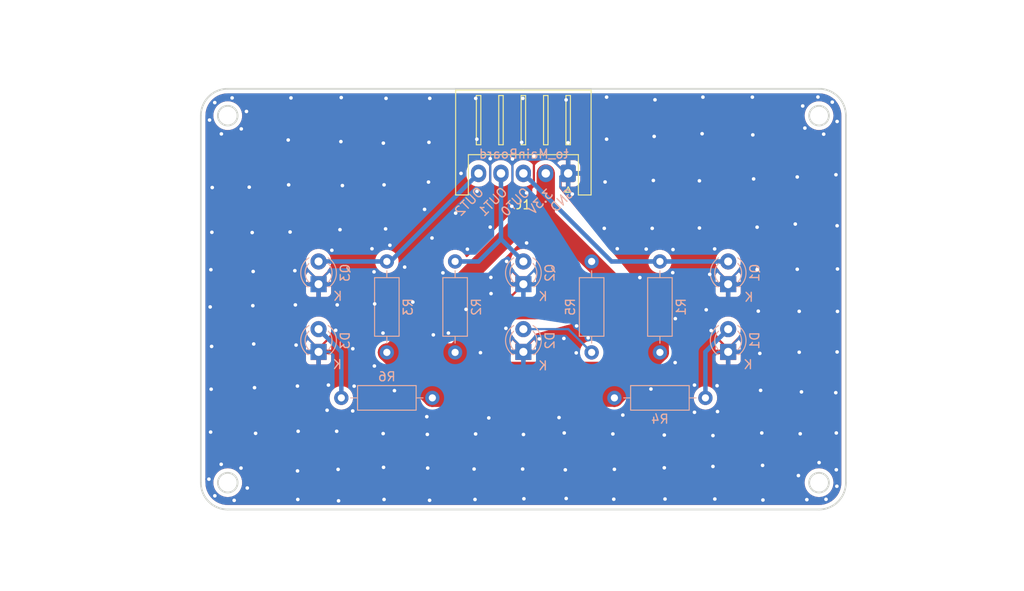
<source format=kicad_pcb>
(kicad_pcb (version 20211014) (generator pcbnew)
  (layers (0 "F.Cu" signal) (31 "B.Cu" signal) (34 "B.Paste" user) (35 "F.Paste" user) (36 "B.SilkS" user "B.Silkscreen") (37 "F.SilkS" user "F.Silkscreen") (38 "B.Mask" user) (39 "F.Mask" user) (44 "Edge.Cuts" user))
  (net 0 "")
  (net 1 "GND")
  (net 2 "Net-(D1-Pad2)")
  (net 3 "Net-(D2-Pad2)")
  (net 4 "sensor_output_0")
  (net 5 "sensor_output_1")
  (net 6 "+3.3V")
  (net 7 "Net-(D3-Pad2)")
  (net 8 "sensor_output_2")
  (footprint "Connector_JST:JST_XH_S5B-XH-A_1x05_P2.50mm_Horizontal" (layer "F.Cu") (at 177.96 82.62 180)
    (fp_text reference "J1" (at 5 -3.5) (layer "F.SilkS"))
    (fp_text value "Conn_01x05_Female")
    (fp_line (start -1.14 2.09) (end 5 2.09) (layer "F.SilkS") (width 0.12))
    (fp_line (start 9.75 3.2) (end 9.75 8.7) (layer "F.SilkS") (width 0.12))
    (fp_line (start 2.25 8.7) (end 2.75 8.7) (layer "F.SilkS") (width 0.12))
    (fp_line (start -2.56 9.31) (end -2.56 -2.41) (layer "F.SilkS") (width 0.12))
    (fp_line (start 10.25 3.2) (end 9.75 3.2) (layer "F.SilkS") (width 0.12))
    (fp_line (start -0.25 8.7) (end 0.25 8.7) (layer "F.SilkS") (width 0.12))
    (fp_line (start 2.75 8.7) (end 2.75 3.2) (layer "F.SilkS") (width 0.12))
    (fp_line (start 4.75 3.2) (end 4.75 8.7) (layer "F.SilkS") (width 0.12))
    (fp_line (start 7.25 3.2) (end 7.25 8.7) (layer "F.SilkS") (width 0.12))
    (fp_line (start 2.25 3.2) (end 2.25 8.7) (layer "F.SilkS") (width 0.12))
    (fp_line (start 4.75 8.7) (end 5.25 8.7) (layer "F.SilkS") (width 0.12))
    (fp_line (start 12.56 9.31) (end 12.56 -2.41) (layer "F.SilkS") (width 0.12))
    (fp_line (start 11.14 -2.41) (end 11.14 2.09) (layer "F.SilkS") (width 0.12))
    (fp_line (start 7.25 8.7) (end 7.75 8.7) (layer "F.SilkS") (width 0.12))
    (fp_line (start 2.75 3.2) (end 2.25 3.2) (layer "F.SilkS") (width 0.12))
    (fp_line (start 5 9.31) (end 12.56 9.31) (layer "F.SilkS") (width 0.12))
    (fp_line (start 9.75 8.7) (end 10.25 8.7) (layer "F.SilkS") (width 0.12))
    (fp_line (start 0 -1.5) (end -0.3 -2.1) (layer "F.SilkS") (width 0.12))
    (fp_line (start 7.75 8.7) (end 7.75 3.2) (layer "F.SilkS") (width 0.12))
    (fp_line (start 5.25 8.7) (end 5.25 3.2) (layer "F.SilkS") (width 0.12))
    (fp_line (start 12.56 -2.41) (end 11.14 -2.41) (layer "F.SilkS") (width 0.12))
    (fp_line (start -0.3 -2.1) (end 0.3 -2.1) (layer "F.SilkS") (width 0.12))
    (fp_line (start 10.25 8.7) (end 10.25 3.2) (layer "F.SilkS") (width 0.12))
    (fp_line (start 11.14 2.09) (end 5 2.09) (layer "F.SilkS") (width 0.12))
    (fp_line (start 0.3 -2.1) (end 0 -1.5) (layer "F.SilkS") (width 0.12))
    (fp_line (start 0.25 8.7) (end 0.25 3.2) (layer "F.SilkS") (width 0.12))
    (fp_line (start -0.25 3.2) (end -0.25 8.7) (layer "F.SilkS") (width 0.12))
    (fp_line (start 0.25 3.2) (end -0.25 3.2) (layer "F.SilkS") (width 0.12))
    (fp_line (start 7.75 3.2) (end 7.25 3.2) (layer "F.SilkS") (width 0.12))
    (fp_line (start 5 9.31) (end -2.56 9.31) (layer "F.SilkS") (width 0.12))
    (fp_line (start -1.14 -2.41) (end -1.14 2.09) (layer "F.SilkS") (width 0.12))
    (fp_line (start -2.56 -2.41) (end -1.14 -2.41) (layer "F.SilkS") (width 0.12))
    (fp_line (start 5.25 3.2) (end 4.75 3.2) (layer "F.SilkS") (width 0.12))
    (pad "1" thru_hole roundrect (at 0 0 180) (size 1.7 1.95) (drill 0.95) (layers *.Cu *.Mask) (roundrect_rratio 0.1470588235) (net 1 "GND"))
    (pad "2" thru_hole oval (at 2.5 0 180) (size 1.7 1.95) (drill 0.95) (layers *.Cu *.Mask) (net 6 "+3.3V"))
    (pad "3" thru_hole oval (at 5 0 180) (size 1.7 1.95) (drill 0.95) (layers *.Cu *.Mask) (net 4 "sensor_output_0"))
    (pad "4" thru_hole oval (at 7.5 0 180) (size 1.7 1.95) (drill 0.95) (layers *.Cu *.Mask) (net 5 "sensor_output_1"))
    (pad "5" thru_hole oval (at 10 0 180) (size 1.7 1.95) (drill 0.95) (layers *.Cu *.Mask) (net 8 "sensor_output_2"))
  )
  (footprint "LED_THT:LED_D3.0mm" (layer "B.Cu") (at 150.1 102.56 90)
    (fp_text reference "D3" (at 1.27 2.96 90) (layer "B.SilkS") (effects (justify mirror)))
    (fp_text value "LED")
    (fp_line (start -0.29 -1.08) (end -0.29 -1.236) (layer "B.SilkS") (width 0.12))
    (fp_line (start -0.29 1.236) (end -0.29 1.08) (layer "B.SilkS") (width 0.12))
    (fp_arc (start -0.29 -1.235516) (mid 1.366487 -1.987659) (end 2.942335 -1.078608) (layer "B.SilkS") (width 0.12))
    (fp_arc (start 2.942335 1.078608) (mid 1.366487 1.987659) (end -0.29 1.235516) (layer "B.SilkS") (width 0.12))
    (fp_arc (start 2.31113 1.079837) (mid 1.270117 1.5) (end 0.229039 1.08) (layer "B.SilkS") (width 0.12))
    (fp_arc (start 0.229039 -1.08) (mid 1.270117 -1.5) (end 2.31113 -1.079837) (layer "B.SilkS") (width 0.12))
    (pad "1" thru_hole rect (at 0 0 90) (size 1.8 1.8) (drill 0.9) (layers *.Cu *.Mask) (net 1 "GND"))
    (pad "2" thru_hole circle (at 2.54 0 90) (size 1.8 1.8) (drill 0.9) (layers *.Cu *.Mask) (net 7 "Net-(D3-Pad2)"))
  )
  (footprint "Resistor_THT:R_Axial_DIN0207_L6.3mm_D2.5mm_P10.16mm_Horizontal" (layer "B.Cu") (at 157.72 102.62 90)
    (fp_text reference "R3" (at 5.08 2.37 90) (layer "B.SilkS") (effects (justify mirror)))
    (fp_text value "10k")
    (fp_line (start 8.35 1.37) (end 1.81 1.37) (layer "B.SilkS") (width 0.12))
    (fp_line (start 1.04 0) (end 1.81 0) (layer "B.SilkS") (width 0.12))
    (fp_line (start 8.35 -1.37) (end 8.35 1.37) (layer "B.SilkS") (width 0.12))
    (fp_line (start 1.81 1.37) (end 1.81 -1.37) (layer "B.SilkS") (width 0.12))
    (fp_line (start 1.81 -1.37) (end 8.35 -1.37) (layer "B.SilkS") (width 0.12))
    (fp_line (start 9.12 0) (end 8.35 0) (layer "B.SilkS") (width 0.12))
    (pad "1" thru_hole circle (at 0 0 90) (size 1.6 1.6) (drill 0.8) (layers *.Cu *.Mask) (net 6 "+3.3V"))
    (pad "2" thru_hole oval (at 10.16 0 90) (size 1.6 1.6) (drill 0.8) (layers *.Cu *.Mask) (net 8 "sensor_output_2"))
  )
  (footprint "LED_THT:LED_D3.0mm" (layer "B.Cu") (at 195.82 102.56 90)
    (fp_text reference "D1" (at 1.27 2.96 90) (layer "B.SilkS") (effects (justify mirror)))
    (fp_text value "LED")
    (fp_line (start -0.29 -1.08) (end -0.29 -1.236) (layer "B.SilkS") (width 0.12))
    (fp_line (start -0.29 1.236) (end -0.29 1.08) (layer "B.SilkS") (width 0.12))
    (fp_arc (start -0.29 -1.235516) (mid 1.366487 -1.987659) (end 2.942335 -1.078608) (layer "B.SilkS") (width 0.12))
    (fp_arc (start 2.942335 1.078608) (mid 1.366487 1.987659) (end -0.29 1.235516) (layer "B.SilkS") (width 0.12))
    (fp_arc (start 0.229039 -1.08) (mid 1.270117 -1.5) (end 2.31113 -1.079837) (layer "B.SilkS") (width 0.12))
    (fp_arc (start 2.31113 1.079837) (mid 1.270117 1.5) (end 0.229039 1.08) (layer "B.SilkS") (width 0.12))
    (pad "1" thru_hole rect (at 0 0 90) (size 1.8 1.8) (drill 0.9) (layers *.Cu *.Mask) (net 1 "GND"))
    (pad "2" thru_hole circle (at 2.54 0 90) (size 1.8 1.8) (drill 0.9) (layers *.Cu *.Mask) (net 2 "Net-(D1-Pad2)"))
  )
  (footprint "LED_THT:LED_D3.0mm" (layer "B.Cu") (at 150.1 95 90)
    (fp_text reference "Q3" (at 1.27 2.96 90) (layer "B.SilkS") (effects (justify mirror)))
    (fp_text value "Q_Photo_NPN_EC")
    (fp_line (start -0.29 -1.08) (end -0.29 -1.236) (layer "B.SilkS") (width 0.12))
    (fp_line (start -0.29 1.236) (end -0.29 1.08) (layer "B.SilkS") (width 0.12))
    (fp_arc (start 2.31113 1.079837) (mid 1.270117 1.5) (end 0.229039 1.08) (layer "B.SilkS") (width 0.12))
    (fp_arc (start 0.229039 -1.08) (mid 1.270117 -1.5) (end 2.31113 -1.079837) (layer "B.SilkS") (width 0.12))
    (fp_arc (start -0.29 -1.235516) (mid 1.366487 -1.987659) (end 2.942335 -1.078608) (layer "B.SilkS") (width 0.12))
    (fp_arc (start 2.942335 1.078608) (mid 1.366487 1.987659) (end -0.29 1.235516) (layer "B.SilkS") (width 0.12))
    (pad "1" thru_hole rect (at 0 0 90) (size 1.8 1.8) (drill 0.9) (layers *.Cu *.Mask) (net 1 "GND"))
    (pad "2" thru_hole circle (at 2.54 0 90) (size 1.8 1.8) (drill 0.9) (layers *.Cu *.Mask) (net 8 "sensor_output_2"))
  )
  (footprint "Resistor_THT:R_Axial_DIN0207_L6.3mm_D2.5mm_P10.16mm_Horizontal" (layer "B.Cu") (at 162.8 107.7 180)
    (fp_text reference "R6" (at 5.08 2.37) (layer "B.SilkS") (effects (justify mirror)))
    (fp_text value "1k")
    (fp_line (start 1.81 1.37) (end 1.81 -1.37) (layer "B.SilkS") (width 0.12))
    (fp_line (start 1.81 -1.37) (end 8.35 -1.37) (layer "B.SilkS") (width 0.12))
    (fp_line (start 9.12 0) (end 8.35 0) (layer "B.SilkS") (width 0.12))
    (fp_line (start 1.04 0) (end 1.81 0) (layer "B.SilkS") (width 0.12))
    (fp_line (start 8.35 1.37) (end 1.81 1.37) (layer "B.SilkS") (width 0.12))
    (fp_line (start 8.35 -1.37) (end 8.35 1.37) (layer "B.SilkS") (width 0.12))
    (pad "1" thru_hole circle (at 0 0 180) (size 1.6 1.6) (drill 0.8) (layers *.Cu *.Mask) (net 6 "+3.3V"))
    (pad "2" thru_hole oval (at 10.16 0 180) (size 1.6 1.6) (drill 0.8) (layers *.Cu *.Mask) (net 7 "Net-(D3-Pad2)"))
  )
  (footprint "Resistor_THT:R_Axial_DIN0207_L6.3mm_D2.5mm_P10.16mm_Horizontal" (layer "B.Cu") (at 183.12 107.7)
    (fp_text reference "R4" (at 5.08 2.37) (layer "B.SilkS") (effects (justify mirror)))
    (fp_text value "1k")
    (fp_line (start 1.81 1.37) (end 1.81 -1.37) (layer "B.SilkS") (width 0.12))
    (fp_line (start 1.04 0) (end 1.81 0) (layer "B.SilkS") (width 0.12))
    (fp_line (start 8.35 -1.37) (end 8.35 1.37) (layer "B.SilkS") (width 0.12))
    (fp_line (start 9.12 0) (end 8.35 0) (layer "B.SilkS") (width 0.12))
    (fp_line (start 8.35 1.37) (end 1.81 1.37) (layer "B.SilkS") (width 0.12))
    (fp_line (start 1.81 -1.37) (end 8.35 -1.37) (layer "B.SilkS") (width 0.12))
    (pad "1" thru_hole circle (at 0 0) (size 1.6 1.6) (drill 0.8) (layers *.Cu *.Mask) (net 6 "+3.3V"))
    (pad "2" thru_hole oval (at 10.16 0) (size 1.6 1.6) (drill 0.8) (layers *.Cu *.Mask) (net 2 "Net-(D1-Pad2)"))
  )
  (footprint "LED_THT:LED_D3.0mm" (layer "B.Cu") (at 172.96 102.56 90)
    (fp_text reference "D2" (at 1.27 2.96 90) (layer "B.SilkS") (effects (justify mirror)))
    (fp_text value "LED")
    (fp_line (start -0.29 -1.08) (end -0.29 -1.236) (layer "B.SilkS") (width 0.12))
    (fp_line (start -0.29 1.236) (end -0.29 1.08) (layer "B.SilkS") (width 0.12))
    (fp_arc (start 0.229039 -1.08) (mid 1.270117 -1.5) (end 2.31113 -1.079837) (layer "B.SilkS") (width 0.12))
    (fp_arc (start 2.31113 1.079837) (mid 1.270117 1.5) (end 0.229039 1.08) (layer "B.SilkS") (width 0.12))
    (fp_arc (start 2.942335 1.078608) (mid 1.366487 1.987659) (end -0.29 1.235516) (layer "B.SilkS") (width 0.12))
    (fp_arc (start -0.29 -1.235516) (mid 1.366487 -1.987659) (end 2.942335 -1.078608) (layer "B.SilkS") (width 0.12))
    (pad "1" thru_hole rect (at 0 0 90) (size 1.8 1.8) (drill 0.9) (layers *.Cu *.Mask) (net 1 "GND"))
    (pad "2" thru_hole circle (at 2.54 0 90) (size 1.8 1.8) (drill 0.9) (layers *.Cu *.Mask) (net 3 "Net-(D2-Pad2)"))
  )
  (footprint "Resistor_THT:R_Axial_DIN0207_L6.3mm_D2.5mm_P10.16mm_Horizontal" (layer "B.Cu") (at 188.2 102.62 90)
    (fp_text reference "R1" (at 5.08 2.37 90) (layer "B.SilkS") (effects (justify mirror)))
    (fp_text value "10k")
    (fp_line (start 1.81 1.37) (end 1.81 -1.37) (layer "B.SilkS") (width 0.12))
    (fp_line (start 8.35 -1.37) (end 8.35 1.37) (layer "B.SilkS") (width 0.12))
    (fp_line (start 1.04 0) (end 1.81 0) (layer "B.SilkS") (width 0.12))
    (fp_line (start 9.12 0) (end 8.35 0) (layer "B.SilkS") (width 0.12))
    (fp_line (start 8.35 1.37) (end 1.81 1.37) (layer "B.SilkS") (width 0.12))
    (fp_line (start 1.81 -1.37) (end 8.35 -1.37) (layer "B.SilkS") (width 0.12))
    (pad "1" thru_hole circle (at 0 0 90) (size 1.6 1.6) (drill 0.8) (layers *.Cu *.Mask) (net 6 "+3.3V"))
    (pad "2" thru_hole oval (at 10.16 0 90) (size 1.6 1.6) (drill 0.8) (layers *.Cu *.Mask) (net 4 "sensor_output_0"))
  )
  (footprint "Resistor_THT:R_Axial_DIN0207_L6.3mm_D2.5mm_P10.16mm_Horizontal" (layer "B.Cu") (at 165.34 102.62 90)
    (fp_text reference "R2" (at 5.08 2.37 90) (layer "B.SilkS") (effects (justify mirror)))
    (fp_text value "10k")
    (fp_line (start 8.35 -1.37) (end 8.35 1.37) (layer "B.SilkS") (width 0.12))
    (fp_line (start 1.81 1.37) (end 1.81 -1.37) (layer "B.SilkS") (width 0.12))
    (fp_line (start 8.35 1.37) (end 1.81 1.37) (layer "B.SilkS") (width 0.12))
    (fp_line (start 9.12 0) (end 8.35 0) (layer "B.SilkS") (width 0.12))
    (fp_line (start 1.81 -1.37) (end 8.35 -1.37) (layer "B.SilkS") (width 0.12))
    (fp_line (start 1.04 0) (end 1.81 0) (layer "B.SilkS") (width 0.12))
    (pad "1" thru_hole circle (at 0 0 90) (size 1.6 1.6) (drill 0.8) (layers *.Cu *.Mask) (net 6 "+3.3V"))
    (pad "2" thru_hole oval (at 10.16 0 90) (size 1.6 1.6) (drill 0.8) (layers *.Cu *.Mask) (net 5 "sensor_output_1"))
  )
  (footprint "LED_THT:LED_D3.0mm" (layer "B.Cu") (at 195.82 95 90)
    (fp_text reference "Q1" (at 1.27 2.96 90) (layer "B.SilkS") (effects (justify mirror)))
    (fp_text value "Q_Photo_NPN_EC")
    (fp_line (start -0.29 1.236) (end -0.29 1.08) (layer "B.SilkS") (width 0.12))
    (fp_line (start -0.29 -1.08) (end -0.29 -1.236) (layer "B.SilkS") (width 0.12))
    (fp_arc (start 2.942335 1.078608) (mid 1.366487 1.987659) (end -0.29 1.235516) (layer "B.SilkS") (width 0.12))
    (fp_arc (start -0.29 -1.235516) (mid 1.366487 -1.987659) (end 2.942335 -1.078608) (layer "B.SilkS") (width 0.12))
    (fp_arc (start 2.31113 1.079837) (mid 1.270117 1.5) (end 0.229039 1.08) (layer "B.SilkS") (width 0.12))
    (fp_arc (start 0.229039 -1.08) (mid 1.270117 -1.5) (end 2.31113 -1.079837) (layer "B.SilkS") (width 0.12))
    (pad "1" thru_hole rect (at 0 0 90) (size 1.8 1.8) (drill 0.9) (layers *.Cu *.Mask) (net 1 "GND"))
    (pad "2" thru_hole circle (at 2.54 0 90) (size 1.8 1.8) (drill 0.9) (layers *.Cu *.Mask) (net 4 "sensor_output_0"))
  )
  (footprint "Resistor_THT:R_Axial_DIN0207_L6.3mm_D2.5mm_P10.16mm_Horizontal" (layer "B.Cu") (at 180.58 92.46 -90)
    (fp_text reference "R5" (at 5.08 2.37 90) (layer "B.SilkS") (effects (justify mirror)))
    (fp_text value "1k")
    (fp_line (start 8.35 1.37) (end 1.81 1.37) (layer "B.SilkS") (width 0.12))
    (fp_line (start 1.81 -1.37) (end 8.35 -1.37) (layer "B.SilkS") (width 0.12))
    (fp_line (start 9.12 0) (end 8.35 0) (layer "B.SilkS") (width 0.12))
    (fp_line (start 1.04 0) (end 1.81 0) (layer "B.SilkS") (width 0.12))
    (fp_line (start 1.81 1.37) (end 1.81 -1.37) (layer "B.SilkS") (width 0.12))
    (fp_line (start 8.35 -1.37) (end 8.35 1.37) (layer "B.SilkS") (width 0.12))
    (pad "1" thru_hole circle (at 0 0 270) (size 1.6 1.6) (drill 0.8) (layers *.Cu *.Mask) (net 6 "+3.3V"))
    (pad "2" thru_hole oval (at 10.16 0 270) (size 1.6 1.6) (drill 0.8) (layers *.Cu *.Mask) (net 3 "Net-(D2-Pad2)"))
  )
  (footprint "LED_THT:LED_D3.0mm" (layer "B.Cu") (at 172.96 95 90)
    (fp_text reference "Q2" (at 1.27 2.96 90) (layer "B.SilkS") (effects (justify mirror)))
    (fp_text value "Q_Photo_NPN_EC")
    (fp_line (start -0.29 1.236) (end -0.29 1.08) (layer "B.SilkS") (width 0.12))
    (fp_line (start -0.29 -1.08) (end -0.29 -1.236) (layer "B.SilkS") (width 0.12))
    (fp_arc (start 0.229039 -1.08) (mid 1.270117 -1.5) (end 2.31113 -1.079837) (layer "B.SilkS") (width 0.12))
    (fp_arc (start 2.942335 1.078608) (mid 1.366487 1.987659) (end -0.29 1.235516) (layer "B.SilkS") (width 0.12))
    (fp_arc (start 2.31113 1.079837) (mid 1.270117 1.5) (end 0.229039 1.08) (layer "B.SilkS") (width 0.12))
    (fp_arc (start -0.29 -1.235516) (mid 1.366487 -1.987659) (end 2.942335 -1.078608) (layer "B.SilkS") (width 0.12))
    (pad "1" thru_hole rect (at 0 0 90) (size 1.8 1.8) (drill 0.9) (layers *.Cu *.Mask) (net 1 "GND"))
    (pad "2" thru_hole circle (at 2.54 0 90) (size 1.8 1.8) (drill 0.9) (layers *.Cu *.Mask) (net 5 "sensor_output_1"))
  )
  (gr_line (start 208.96 76.17) (end 208.96 117.17) (layer "Edge.Cuts") (width 0.2))
  (gr_line (start 139.96 73.17) (end 205.96 73.17) (layer "Edge.Cuts") (width 0.2))
  (gr_arc (start 139.96 120.17) (mid 137.83868 119.29132) (end 136.96 117.17) (layer "Edge.Cuts") (width 0.2))
  (gr_circle (center 205.96 76.17) (end 204.86 76.17) (layer "Edge.Cuts") (width 0.2) (fill none))
  (gr_arc (start 205.96 73.17) (mid 208.08132 74.04868) (end 208.96 76.17) (layer "Edge.Cuts") (width 0.2))
  (gr_arc (start 208.96 117.17) (mid 208.08132 119.29132) (end 205.96 120.17) (layer "Edge.Cuts") (width 0.2))
  (gr_arc (start 136.96 76.17) (mid 137.83868 74.04868) (end 139.96 73.17) (layer "Edge.Cuts") (width 0.2))
  (gr_circle (center 139.96 76.17) (end 138.86 76.17) (layer "Edge.Cuts") (width 0.2) (fill none))
  (gr_circle (center 205.96 117.17) (end 204.86 117.17) (layer "Edge.Cuts") (width 0.2) (fill none))
  (gr_line (start 136.96 117.17) (end 136.96 76.17) (layer "Edge.Cuts") (width 0.2))
  (gr_circle (center 139.96 117.17) (end 138.86 117.17) (layer "Edge.Cuts") (width 0.2) (fill none))
  (gr_line (start 205.96 120.17) (end 139.96 120.17) (layer "Edge.Cuts") (width 0.2))
  (gr_text "OUT1" (at 169.55 85.79 45) (layer "B.SilkS") (effects (font (size 1 1)) (justify mirror)))
  (gr_text "K" (at 175.14 104.11) (layer "B.SilkS") (effects (font (size 1 1)) (justify mirror)))
  (gr_text "GND" (at 177.3 85.62 45) (layer "B.SilkS") (effects (font (size 1 1)) (justify mirror)))
  (gr_text "to_MainBoard" (at 173.01 80.45) (layer "B.SilkS") (effects (font (size 1 1)) (justify mirror)))
  (gr_text "K" (at 198.04 103.98) (layer "B.SilkS") (effects (font (size 1 1)) (justify mirror)))
  (gr_text "K" (at 152.19 103.97) (layer "B.SilkS") (effects (font (size 1 1)) (justify mirror)))
  (gr_text "OUT2" (at 166.91 85.78 45) (layer "B.SilkS") (effects (font (size 1 1)) (justify mirror)))
  (gr_text "3.3V" (at 174.86 85.8 45) (layer "B.SilkS") (effects (font (size 1 1)) (justify mirror)))
  (gr_text "K" (at 198.13 96.45) (layer "B.SilkS") (effects (font (size 1 1)) (justify mirror)))
  (gr_text "OUT0" (at 172.05 85.83 45) (layer "B.SilkS") (effects (font (size 1 1)) (justify mirror)))
  (gr_text "K" (at 175.15 96.37) (layer "B.SilkS") (effects (font (size 1 1)) (justify mirror)))
  (gr_text "K" (at 152.24 96.34) (layer "B.SilkS") (effects (font (size 1 1)) (justify mirror)))
  (segment (start 150.1 94.71) (end 151.41 93.4) (width 0.25) (layer "F.Cu") (net 1))
  (segment (start 195.82 102.25) (end 194.63 101.06) (width 0.25) (layer "F.Cu") (net 1))
  (segment (start 150.1 95) (end 150.1 94.71) (width 0.25) (layer "F.Cu") (net 1))
  (segment (start 177.96 82.62) (end 177.51 82.62) (width 0.25) (layer "F.Cu") (net 1))
  (segment (start 169.25 81.36) (end 169.25 83.99) (width 0.25) (layer "F.Cu") (net 1))
  (segment (start 177.12 84.21) (end 177.13 84.22) (width 0.25) (layer "F.Cu") (net 1))
  (segment (start 172.96 102.56) (end 172.96 102.29) (width 0.25) (layer "F.Cu") (net 1))
  (segment (start 172.96 94.78) (end 171.64 93.46) (width 0.25) (layer "F.Cu") (net 1))
  (segment (start 150.1 95) (end 150.1 94.64) (width 0.25) (layer "F.Cu") (net 1))
  (segment (start 150.1 94.64) (end 148.85 93.39) (width 0.25) (layer "F.Cu") (net 1))
  (segment (start 195.82 94.7) (end 194.55 93.43) (width 0.25) (layer "F.Cu") (net 1))
  (segment (start 150.1 102.24) (end 148.74 100.88) (width 0.25) (layer "F.Cu") (net 1))
  (segment (start 177.12 83.01) (end 177.12 84.21) (width 0.25) (layer "F.Cu") (net 1))
  (segment (start 172.96 102.56) (end 172.96 102.27) (width 0.25) (layer "F.Cu") (net 1))
  (segment (start 172.96 102.29) (end 171.73 101.06) (width 0.25) (layer "F.Cu") (net 1))
  (segment (start 195.82 102.18) (end 197.06 100.94) (width 0.25) (layer "F.Cu") (net 1))
  (segment (start 177.96 82.62) (end 177.7 82.62) (width 0.25) (layer "F.Cu") (net 1))
  (segment (start 171.73 96.23) (end 171.25 96.23) (width 0.25) (layer "F.Cu") (net 1))
  (segment (start 150.1 102.2) (end 151.51 100.79) (width 0.25) (layer "F.Cu") (net 1))
  (segment (start 177.7 82.62) (end 176.44 81.36) (width 0.25) (layer "F.Cu") (net 1))
  (segment (start 177.51 82.62) (end 177.12 83.01) (width 0.25) (layer "F.Cu") (net 1))
  (segment (start 195.82 102.56) (end 195.82 102.18) (width 0.25) (layer "F.Cu") (net 1))
  (segment (start 195.82 102.56) (end 195.82 102.25) (width 0.25) (layer "F.Cu") (net 1))
  (segment (start 195.82 95) (end 195.82 94.7) (width 0.25) (layer "F.Cu") (net 1))
  (segment (start 172.96 95) (end 171.73 96.23) (width 0.25) (layer "F.Cu") (net 1))
  (segment (start 195.82 94.68) (end 197.19 93.31) (width 0.25) (layer "F.Cu") (net 1))
  (segment (start 173.32 84.8) (end 174.135 83.985) (width 0.25) (layer "F.Cu") (net 1))
  (segment (start 172.96 95) (end 172.96 94.78) (width 0.25) (layer "F.Cu") (net 1))
  (segment (start 150.1 102.56) (end 150.1 102.2) (width 0.25) (layer "F.Cu") (net 1))
  (segment (start 150.1 102.56) (end 150.1 102.24) (width 0.25) (layer "F.Cu") (net 1))
  (segment (start 172.96 102.27) (end 174.19 101.04) (width 0.25) (layer "F.Cu") (net 1))
  (segment (start 171.74 81.3) (end 171.74 83.97) (width 0.25) (layer "F.Cu") (net 1))
  (segment (start 174.135 83.985) (end 174.135 81.265) (width 0.25) (layer "F.Cu") (net 1))
  (segment (start 195.82 95) (end 195.82 94.68) (width 0.25) (layer "F.Cu") (net 1))
  (via (at 178.42 84.93) (size 0.8) (drill 0.4) (layers "F.Cu" "B.Cu") (net 1))
  (via (at 206.48 78.24) (size 0.8) (drill 0.4) (layers "F.Cu" "B.Cu") (net 1))
  (via (at 205.84 74.09) (size 0.8) (drill 0.4) (layers "F.Cu" "B.Cu") (net 1))
  (via (at 189.9 103.76) (size 0.8) (drill 0.4) (layers "F.Cu" "B.Cu") (net 1))
  (via (at 194.12 111.91) (size 0.8) (drill 0.4) (layers "F.Cu" "B.Cu") (net 1))
  (via (at 152.28 115.69) (size 0.8) (drill 0.4) (layers "F.Cu" "B.Cu") (net 1))
  (via (at 203.86 111.71) (size 0.8) (drill 0.4) (layers "F.Cu" "B.Cu") (net 1))
  (via (at 194.63 109.23) (size 0.8) (drill 0.4) (layers "F.Cu" "B.Cu") (net 1))
  (via (at 187.2 106.71) (size 0.8) (drill 0.4) (layers "F.Cu" "B.Cu") (net 1))
  (via (at 172.9 74.24) (size 0.8) (drill 0.4) (layers "F.Cu" "B.Cu") (net 1))
  (via (at 178.9 99.66) (size 0.8) (drill 0.4) (layers "F.Cu" "B.Cu") (net 1))
  (via (at 167.63 111.73) (size 0.8) (drill 0.4) (layers "F.Cu" "B.Cu") (net 1))
  (via (at 199.44 106.86) (size 0.8) (drill 0.4) (layers "F.Cu" "B.Cu") (net 1))
  (via (at 139.23 115.12) (size 0.8) (drill 0.4) (layers "F.Cu" "B.Cu") (net 1))
  (via (at 177.73 74.41) (size 0.8) (drill 0.4) (layers "F.Cu" "B.Cu") (net 1))
  (via (at 152.59 79.07) (size 0.8) (drill 0.4) (layers "F.Cu" "B.Cu") (net 1))
  (via (at 142.05 75.7) (size 0.8) (drill 0.4) (layers "F.Cu" "B.Cu") (net 1))
  (via (at 157.31 111.69) (size 0.8) (drill 0.4) (layers "F.Cu" "B.Cu") (net 1))
  (via (at 194.31 91.06) (size 0.8) (drill 0.4) (layers "F.Cu" "B.Cu") (net 1))
  (via (at 158.06 90.65) (size 0.8) (drill 0.4) (layers "F.Cu" "B.Cu") (net 1))
  (via (at 199.35 102.73) (size 0.8) (drill 0.4) (layers "F.Cu" "B.Cu") (net 1))
  (via (at 207.44 74.66) (size 0.8) (drill 0.4) (layers "F.Cu" "B.Cu") (net 1))
  (via (at 181.99 88.76) (size 0.8) (drill 0.4) (layers "F.Cu" "B.Cu") (net 1))
  (via (at 207.98 76.82) (size 0.8) (drill 0.4) (layers "F.Cu" "B.Cu") (net 1))
  (via (at 207.89 115.73) (size 0.8) (drill 0.4) (layers "F.Cu" "B.Cu") (net 1))
  (via (at 177.95 79.2) (size 0.8) (drill 0.4) (layers "F.Cu" "B.Cu") (net 1))
  (via (at 160.62 97) (size 0.8) (drill 0.4) (layers "F.Cu" "B.Cu") (net 1))
  (via (at 189.66 91.13) (size 0.8) (drill 0.4) (layers "F.Cu" "B.Cu") (net 1))
  (via (at 178.86 102.67) (size 0.8) (drill 0.4) (layers "F.Cu" "B.Cu") (net 1))
  (via (at 157.33 79.24) (size 0.8) (drill 0.4) (layers "F.Cu" "B.Cu") (net 1))
  (via (at 169.26 80.98) (size 0.8) (drill 0.4) (layers "F.Cu" "B.Cu") (net 1))
  (via (at 137.93 76.66) (size 0.8) (drill 0.4) (layers "F.Cu" "B.Cu") (net 1))
  (via (at 138.08 93.38) (size 0.8) (drill 0.4) (layers "F.Cu" "B.Cu") (net 1))
  (via (at 162.91 100.66) (size 0.8) (drill 0.4) (layers "F.Cu" "B.Cu") (net 1))
  (via (at 203.53 93.33) (size 0.8) (drill 0.4) (layers "F.Cu" "B.Cu") (net 1))
  (via (at 207.95 117.57) (size 0.8) (drill 0.4) (layers "F.Cu" "B.Cu") (net 1))
  (via (at 171.67 86.3) (size 0.8) (drill 0.4) (layers "F.Cu" "B.Cu") (net 1))
  (via (at 157.41 119.05) (size 0.8) (drill 0.4) (layers "F.Cu" "B.Cu") (net 1))
  (via (at 161.93 86.64) (size 0.8) (drill 0.4) (layers "F.Cu" "B.Cu") (net 1))
  (via (at 167.56 119.05) (size 0.8) (drill 0.4) (layers "F.Cu" "B.Cu") (net 1))
  (via (at 199.66 115.24) (size 0.8) (drill 0.4) (layers "F.Cu" "B.Cu") (net 1))
  (via (at 203.31 88.28) (size 0.8) (drill 0.4) (layers "F.Cu" "B.Cu") (net 1))
  (via (at 147.78 119.05) (size 0.8) (drill 0.4) (layers "F.Cu" "B.Cu") (net 1))
  (via (at 162.18 109.8) (size 0.8) (drill 0.4) (layers "F.Cu" "B.Cu") (net 1))
  (via (at 159.71 93.09) (size 0.8) (drill 0.4) (layers "F.Cu" "B.Cu") (net 1))
  (via (at 166.56 97.81) (size 0.8) (drill 0.4) (layers "F.Cu" "B.Cu") (net 1))
  (via (at 138.05 111.52) (size 0.8) (drill 0.4) (layers "F.Cu" "B.Cu") (net 1))
  (via (at 193 74.1) (size 0.8) (drill 0.4) (layers "F.Cu" "B.Cu") (net 1))
  (via (at 206.74 119.03) (size 0.8) (drill 0.4) (layers "F.Cu" "B.Cu") (net 1))
  (via (at 152.01 100.15) (size 0.8) (drill 0.4) (layers "F.Cu" "B.Cu") (net 1))
  (via (at 162.24 111.78) (size 0.8) (drill 0.4) (layers "F.Cu" "B.Cu") (net 1))
  (via (at 194.33 119) (size 0.8) (drill 0.4) (layers "F.Cu" "B.Cu") (net 1))
  (via (at 173.32 90.39) (size 0.8) (drill 0.4) (layers "F.Cu" "B.Cu") (net 1))
  (via (at 182.08 83.58) (size 0.8) (drill 0.4) (layers "F.Cu" "B.Cu") (net 1))
  (via (at 146.92 89.17) (size 0.8) (drill 0.4) (layers "F.Cu" "B.Cu") (net 1))
  (via (at 188.69 115.51) (size 0.8) (drill 0.4) (layers "F.Cu" "B.Cu") (net 1))
  (via (at 184.06 109.62) (size 0.8) (drill 0.4) (layers "F.Cu" "B.Cu") (net 1))
  (via (at 147.51 97.31) (size 0.8) (drill 0.4) (layers "F.Cu" "B.Cu") (net 1))
  (via (at 151.58 91.21) (size 0.8) (drill 0.4) (layers "F.Cu" "B.Cu") (net 1))
  (via (at 162.76 89.84) (size 0.8) (drill 0.4) (layers "F.Cu" "B.Cu") (net 1))
  (via (at 189.92 98.85) (size 0.8) (drill 0.4) (layers "F.Cu" "B.Cu") (net 1))
  (via (at 192.61 83.45) (size 0.8) (drill 0.4) (layers "F.Cu" "B.Cu") (net 1))
  (via (at 193.76 93.9) (size 0.8) (drill 0.4) (layers "F.Cu" "B.Cu") (net 1))
  (via (at 153.92 102.21) (size 0.8) (drill 0.4) (layers "F.Cu" "B.Cu") (net 1))
  (via (at 142.95 106.56) (size 0.8) (drill 0.4) (layers "F.Cu" "B.Cu") (net 1))
  (via (at 204 107.03) (size 0.8) (drill 0.4) (layers "F.Cu" "B.Cu") (net 1))
  (via (at 205.97 114.93) (size 0.8) (drill 0.4) (layers "F.Cu" "B.Cu") (net 1))
  (via (at 188.77 119) (size 0.8) (drill 0.4) (layers "F.Cu" "B.Cu") (net 1))
  (via (at 172.97 111.79) (size 0.8) (drill 0.4) (layers "F.Cu" "B.Cu") (net 1))
  (via (at 171.09 92.45) (size 0.8) (drill 0.4) (layers "F.Cu" "B.Cu") (net 1))
  (via (at 172.77 79.15) (size 0.8) (drill 0.4) (layers "F.Cu" "B.Cu") (net 1))
  (via (at 138.51 74.71) (size 0.8) (drill 0.4) (layers "F.Cu" "B.Cu") (net 1))
  (via (at 208.02 98.04) (size 0.8) (drill 0.4) (layers "F.Cu" "B.Cu") (net 1))
  (via (at 167.78 84.62) (size 0.8) (drill 0.4) (layers "F.Cu" "B.Cu") (net 1))
  (via (at 207.98 88.47) (size 0.8) (drill 0.4) (layers "F.Cu" "B.Cu") (net 1))
  (via (at 138.52 118.64) (size 0.8) (drill 0.4) (layers "F.Cu" "B.Cu") (net 1))
  (via (at 154.07 106.39) (size 0.8) (drill 0.4) (layers "F.Cu" "B.Cu") (net 1))
  (via (at 162.51 74.24) (size 0.8) (drill 0.4) (layers "F.Cu" "B.Cu") (net 1))
  (via (at 174.74 101.11) (size 0.8) (drill 0.4) (layers "F.Cu" "B.Cu") (net 1))
  (via (at 147.45 93.49) (size 0.8) (drill 0.4) (layers "F.Cu" "B.Cu") (net 1))
  (via (at 187.34 88.76) (size 0.8) (drill 0.4) (layers "F.Cu" "B.Cu") (net 1))
  (via (at 207.85 82.77) (size 0.8) (drill 0.4) (layers "F.Cu" "B.Cu") (net 1))
  (via (at 174.14 80.69) (size 0.8) (drill 0.4) (layers "F.Cu" "B.Cu") (net 1))
  (via (at 203.66 116.38) (size 0.8) (drill 0.4) (layers "F.Cu" "B.Cu") (net 1))
  (via (at 199.05 93.37) (size 0.8) (drill 0.4) (layers "F.Cu" "B.Cu") (net 1))
  (via (at 169.35 96.05) (size 0.8) (drill 0.4) (layers "F.Cu" "B.Cu") (net 1))
  (via (at 192.06 106.27) (size 0.8) (drill 0.4) (layers "F.Cu" "B.Cu") (net 1))
  (via (at 166 82.62) (size 0.8) (drill 0.4) (layers "F.Cu" "B.Cu") (net 1))
  (via (at 204.14 75.09) (size 0.8) (drill 0.4) (layers "F.Cu" "B.Cu") (net 1))
  (via (at 142.86 101.68) (size 0.8) (drill 0.4) (layers "F.Cu" "B.Cu") (net 1))
  (via (at 166.71 91.09) (size 0.8) (drill 0.4) (layers "F.Cu" "B.Cu") (net 1))
  (via (at 171.74 81.01) (size 0.8) (drill 0.4) (layers "F.Cu" "B.Cu") (net 1))
  (via (at 167.64 74.24) (size 0.8) (drill 0.4) (layers "F.Cu" "B.Cu") (net 1))
  (via (at 153.91 109.16) (size 0.8) (drill 0.4) (layers "F.Cu" "B.Cu") (net 1))
  (via (at 177.52 111.62) (size 0.8) (drill 0.4) (layers "F.Cu" "B.Cu") (net 1))
  (via (at 183.05 119.02) (size 0.8) (drill 0.4) (layers "F.Cu" "B.Cu") (net 1))
  (via (at 137.86 116.78) (size 0.8) (drill 0.4) (layers "F.Cu" "B.Cu") (net 1))
  (via (at 199.7 119.11) (size 0.8) (drill 0.4) (layers "F.Cu" "B.Cu") (net 1))
  (via (at 198.52 74.1) (size 0.8) (drill 0.4) (layers "F.Cu" "B.Cu") (net 1))
  (via (at 141.44 115.54) (size 0.8) (drill 0.4) (layers "F.Cu" "B.Cu") (net 1))
  (via (at 207.89 111.62) (size 0.8) (drill 0.4) (layers "F.Cu" "B.Cu") (net 1))
  (via (at 207.98 102.57) (size 0.8) (drill 0.4) (layers "F.Cu" "B.Cu") (net 1))
  (via (at 193.92 100.18) (size 0.8) (drill 0.4) (layers "F.Cu" "B.Cu") (net 1))
  (via (at 158.57 106.89) (size 0.8) (drill 0.4) (layers "F.Cu" "B.Cu") (net 1))
  (via (at 192.06 109.31) (size 0.8) (drill 0.4) (layers "F.Cu" "B.Cu") (net 1))
  (via (at 147.02 74.19) (size 0.8) (drill 0.4) (layers "F.Cu" "B.Cu") (net 1))
  (via (at 156.29 93.62) (size 0.8) (drill 0.4) (layers "F.Cu" "B.Cu") (net 1))
  (via (at 141.47 77.65) (size 0.8) (drill 0.4) (layers "F.Cu" "B.Cu") (net 1))
  (via (at 207.83 107.12) (size 0.8) (drill 0.4) (layers "F.Cu" "B.Cu") (net 1))
  (via (at 177.48 101.06) (size 0.8) (drill 0.4) (layers "F.Cu" "B.Cu") (net 1))
  (via (at 138.11 106.73) (size 0.8) (drill 0.4) (layers "F.Cu" "B.Cu") (net 1))
  (via (at 152.33 119.2) (size 0.8) (drill 0.4) (layers "F.Cu" "B.Cu") (net 1))
  (via (at 147.75 115.86) (size 0.8) (drill 0.4) (layers "F.Cu" "B.Cu") (net 1))
  (via (at 194.58 106.34) (size 0.8) (drill 0.4) (layers "F.Cu" "B.Cu") (net 1))
  (via (at 146.71 78.89) (size 0.8) (drill 0.4) (layers "F.Cu" "B.Cu") (net 1))
  (via (at 162.49 119.14) (size 0.8) (drill 0.4) (layers "F.Cu" "B.Cu") (net 1))
  (via (at 203.75 102.6) (size 0.8) (drill 0.4) (layers "F.Cu" "B.Cu") (net 1))
  (via (at 162.28 115.54) (size 0.8) (drill 0.4) (layers "F.Cu" "B.Cu") (net 1))
  (via (at 187.47 83.41) (size 0.8) (drill 0.4) (layers "F.Cu" "B.Cu") (net 1))
  (via (at 186.67 91.08) (size 0.8) (drill 0.4) (layers "F.Cu" "B.Cu") (net 1))
  (via (at 164.59 100.46) (size 0.8) (drill 0.4) (layers "F.Cu" "B.Cu") (net 1))
  (via (at 138.16 101.95) (size 0.8) (drill 0.4) (layers "F.Cu" "B.Cu") (net 1))
  (via (at 188.69 111.85) (size 0.8) (drill 0.4) (layers "F.Cu" "B.Cu") (net 1))
  (via (at 185.96 94.26) (size 0.8) (drill 0.4) (layers "F.Cu" "B.Cu") (net 1))
  (via (at 208.02 93.3) (size 0.8) (drill 0.4) (layers "F.Cu" "B.Cu") (net 1))
  (via (at 187.56 78.49) (size 0.8) (drill 0.4) (layers "F.Cu" "B.Cu") (net 1))
  (via (at 157.29 100.46) (size 0.8) (drill 0.4) (layers "F.Cu" "B.Cu") (net 1))
  (via (at 172.88 115.65) (size 0.8) (drill 0.4) (layers "F.Cu" "B.Cu") (net 1))
  (via (at 157.41 83.9) (size 0.8) (drill 0.4) (layers "F.Cu" "B.Cu") (net 1))
  (via (at 182.25 74.1) (size 0.8) (drill 0.4) (layers "F.Cu" "B.Cu") (net 1))
  (via (at 152.18 97.31) (size 0.8) (drill 0.4) (layers "F.Cu" "B.Cu") (net 1))
  (via (at 139.25 78.21) (size 0.8) (drill 0.4) (layers "F.Cu" "B.Cu") (net 1))
  (via (at 193.37 97.86) (size 0.8) (drill 0.4) (layers "F.Cu" "B.Cu") (net 1))
  (via (at 173.02 118.97) (size 0.8) (drill 0.4) (layers "F.Cu" "B.Cu") (net 1))
  (via (at 157.63 74.24) (size 0.8) (drill 0.4) (layers "F.Cu" "B.Cu") (net 1))
  (via (at 138 97.54) (size 0.8) (drill 0.4) (layers "F.Cu" "B.Cu") (net 1))
  (via (at 198.66 83.24) (size 0.8) (drill 0.4) (layers "F.Cu" "B.Cu") (net 1))
  (via (at 198.57 78.32) (size 0.8) (drill 0.4) (layers "F.Cu" "B.Cu") (net 1))
  (via (at 177.64 115.74) (size 0.8) (drill 0.4) (layers "F.Cu" "B.Cu") (net 1))
  (via (at 152.49 88.91) (size 0.8) (drill 0.4) (layers "F.Cu" "B.Cu") (net 1))
  (via (at 176.94 109.9) (size 0.8) (drill 0.4) (layers "F.Cu" "B.Cu") (net 1))
  (via (at 204.6 119.07) (size 0.8) (drill 0.4) (layers "F.Cu" "B.Cu") (net 1))
  (via (at 203.75 98.03) (size 0.8) (drill 0.4) (layers "F.Cu" "B.Cu") (net 1))
  (via (at 142.69 89.23) (size 0.8) (drill 0.4) (layers "F.Cu" "B.Cu") (net 1))
  (via (at 140.68 119.15) (size 0.8) (drill 0.4) (layers "F.Cu" "B.Cu") (net 1))
  (via (at 156.36 97.2) (size 0.8) (drill 0.4) (layers "F.Cu" "B.Cu") (net 1))
  (via (at 167.77 78.8) (size 0.8) (drill 0.4) (layers "F.Cu" "B.Cu") (net 1))
  (via (at 143.07 111.66) (size 0.8) (drill 0.4) (layers "F.Cu" "B.Cu") (net 1))
  (via (at 199.05 88.63) (size 0.8) (drill 0.4) (layers "F.Cu" "B.Cu") (net 1))
  (via (at 157.58 88.82) (size 0.8) (drill 0.4) (layers "F.Cu" "B.Cu") (net 1))
  (via (at 168.17 102.65) (size 0.8) (drill 0.4) (layers "F.Cu" "B.Cu") (net 1))
  (via (at 162.42 79.15) (size 0.8) (drill 0.4) (layers "F.Cu" "B.Cu") (net 1))
  (via (at 162.37 83.59) (size 0.8) (drill 0.4) (layers "F.Cu" "B.Cu") (net 1))
  (via (at 187.65 74.4) (size 0.8) (drill 0.4) (layers "F.Cu" "B.Cu") (net 1))
  (via (at 167.46 115.65) (size 0.8) (drill 0.4) (layers "F.Cu" "B.Cu") (net 1))
  (via (at 142.76 97.4) (size 0.8) (drill 0.4) (layers "F.Cu" "B.Cu") (net 1))
  (via (at 138.23 84.2) (size 0.8) (drill 0.4) (layers "F.Cu" "B.Cu") (net 1))
  (via (at 177.74 118.94) (size 0.8) (drill 0.4) (layers "F.Cu" "B.Cu") (net 1))
  (via (at 169.1 109.94) (size 0.8) (drill 0.4) (layers "F.Cu" "B.Cu") (net 1))
  (via (at 156.06 91.04) (size 0.8) (drill 0.4) (layers "F.Cu" "B.Cu") (net 1))
  (via (at 152.63 74.15) (size 0.8) (drill 0.4) (layers "F.Cu" "B.Cu") (net 1))
  (via (at 192.91 78.19) (size 0.8) (drill 0.4) (layers "F.Cu" "B.Cu") (net 1))
  (via (at 182.25 78.8) (size 0.8) (drill 0.4) (layers "F.Cu" "B.Cu") (net 1))
  (via (at 173.32 84.8) (size 0.8) (drill 0.4) (layers "F.Cu" "B.Cu") (net 1))
  (via (at 183.44 91.04) (size 0.8) (drill 0.4) (layers "F.Cu" "B.Cu") (net 1))
  (via (at 152.12 111.43) (size 0.8) (drill 0.4) (layers "F.Cu" "B.Cu") (net 1))
  (via (at 199.57 111.62) (size 0.8) (drill 0.4) (layers "F.Cu" "B.Cu") (net 1))
  (via (at 147.82 111.43) (size 0.8) (drill 0.4) (layers "F.Cu" "B.Cu") (net 1))
  (via (at 142.8 93.58) (size 0.8) (drill 0.4) (layers "F.Cu" "B.Cu") (net 1))
  (via (at 142.36 84.16) (size 0.8) (drill 0.4) (layers "F.Cu" "B.Cu") (net 1))
  (via (at 182.95 111.73) (size 0.8) (drill 0.4) (layers "F.Cu" "B.Cu") (net 1))
  (via (at 192.61 88.72) (size 0.8) (drill 0.4) (layers "F.Cu" "B.Cu") (net 1))
  (via (at 169.26 88.62) (size 0.8) (drill 0.4) (layers "F.Cu" "B.Cu") (net 1))
  (via (at 151.2 106.27) (size 0.8) (drill 0.4) (layers "F.Cu" "B.Cu") (net 1))
  (via (at 156.33 104.14) (size 0.8) (drill 0.4) (layers "F.Cu" "B.Cu") (net 1))
  (via (at 163.98 93.73) (size 0.8) (drill 0.4) (layers "F.Cu" "B.Cu") (net 1))
  (via (at 183.12 115.68) (size 0.8) (drill 0.4) (layers "F.Cu" "B.Cu") (net 1))
  (via (at 199.18 98.01) (size 0.8) (drill 0.4) (layers "F.Cu" "B.Cu") (net 1))
  (via (at 147.59 101.8) (size 0.8) (drill 0.4) (layers "F.Cu" "B.Cu") (net 1))
  (via (at 204.38 77.56) (size 0.8) (drill 0.4) (layers "F.Cu" "B.Cu") (net 1))
  (via (at 147.74 106.38) (size 0.8) (drill 0.4) (layers "F.Cu" "B.Cu") (net 1))
  (via (at 140.45 74.19) (size 0.8) (drill 0.4) (layers "F.Cu" "B.Cu") (net 1))
  (via (at 151.05 109.08) (size 0.8) (drill 0.4) (layers "F.Cu" "B.Cu") (net 1))
  (via (at 142.14 117.77) (size 0.8) (drill 0.4) (layers "F.Cu" "B.Cu") (net 1))
  (via (at 146.76 83.9) (size 0.8) (drill 0.4) (layers "F.Cu" "B.Cu") (net 1))
  (via (at 152.76 83.98) (size 0.8) (drill 0.4) (layers "F.Cu" "B.Cu") (net 1))
  (via (at 138.19 89.2) (size 0.8) (drill 0.4) (layers "F.Cu" "B.Cu") (net 1))
  (via (at 180.19 100.99) (size 0.8) (drill 0.4) (layers "F.Cu" "B.Cu") (net 1))
  (via (at 169.33 94.24) (size 0.8) (drill 0.4) (layers "F.Cu" "B.Cu") (net 1))
  (via (at 194.12 115.36) (size 0.8) (drill 0.4) (layers "F.Cu" "B.Cu") (net 1))
  (via (at 157.35 115.46) (size 0.8) (drill 0.4) (layers "F.Cu" "B.Cu") (net 1))
  (via (at 189.63 93.71) (size 0.8) (drill 0.4) (layers "F.Cu" "B.Cu") (net 1))
  (via (at 165.4 87.06) (size 0.8) (drill 0.4) (layers "F.Cu" "B.Cu") (net 1))
  (via (at 171.01 99.93) (size 0.8) (drill 0.4) (layers "F.Cu" "B.Cu") (net 1))
  (via (at 203.53 83.02) (size 0.8) (drill 0.4) (layers "F.Cu" "B.Cu") (net 1))
  (segment (start 150.1 102.26) (end 148.79 100.95) (width 0.25) (layer "B.Cu") (net 1))
  (segment (start 169.26 84.36) (end 169.26 80.98) (width 0.25) (layer "B.Cu") (net 1))
  (segment (start 177.96 82.62) (end 177.43 82.62) (width 0.25) (layer "B.Cu") (net 1))
  (segment (start 172.96 102.56) (end 172.96 102.25) (width 0.25) (layer "B.Cu") (net 1))
  (segment (start 150.1 95) (end 150.1 94.63) (width 0.25) (layer "B.Cu") (net 1))
  (segment (start 195.82 102.56) (end 194.69 102.56) (width 0.25) (layer "B.Cu") (net 1))
  (segment (start 171.74 80.88) (end 171.74 81.01) (width 0.25) (layer "B.Cu") (net 1))
  (segment (start 172.96 95) (end 172.96 94.71) (width 0.25) (layer "B.Cu") (net 1))
  (segment (start 177.43 82.62) (end 177.08 82.97) (width 0.25) (layer "B.Cu") (net 1))
  (segment (start 195.82 102.56) (end 195.82 102.23) (width 0.25) (layer "B.Cu") (net 1))
  (segment (start 172.96 94.64) (end 174.46 93.14) (width 0.25) (layer "B.Cu") (net 1))
  (segment (start 177.08 82.97) (end 177.08 84.09) (width 0.25) (layer "B.Cu") (net 1))
  (segment (start 172.96 95) (end 172.96 94.64) (width 0.25) (layer "B.Cu") (net 1))
  (segment (start 172.96 102.56) (end 172.96 102.19) (width 0.25) (layer "B.Cu") (net 1))
  (segment (start 195.82 95) (end 195.82 94.67) (width 0.25) (layer "B.Cu") (net 1))
  (segment (start 150.1 102.56) (end 150.1 102.26) (width 0.25) (layer "B.Cu") (net 1))
  (segment (start 150.1 94.63) (end 148.87 93.4) (width 0.25) (layer "B.Cu") (net 1))
  (segment (start 172.96 102.19) (end 174.25 100.9) (width 0.25) (layer "B.Cu") (net 1))
  (segment (start 195.82 94.71) (end 194.55 93.44) (width 0.25) (layer "B.Cu") (net 1))
  (segment (start 150.1 102.56) (end 151.3 102.56) (width 0.25) (layer "B.Cu") (net 1))
  (segment (start 172.96 102.25) (end 171.72 101.01) (width 0.25) (layer "B.Cu") (net 1))
  (segment (start 150.1 95) (end 150.1 94.74) (width 0.25) (layer "B.Cu") (net 1))
  (segment (start 195.82 94.67) (end 197.1 93.39) (width 0.25) (layer "B.Cu") (net 1))
  (segment (start 177.96 82.62) (end 177.7 82.62) (width 0.25) (layer "B.Cu") (net 1))
  (segment (start 171.74 81.01) (end 171.74 84.37) (width 0.25) (layer "B.Cu") (net 1))
  (segment (start 150.1 94.74) (end 151.42 93.42) (width 0.25) (layer "B.Cu") (net 1))
  (segment (start 195.82 95) (end 195.82 94.71) (width 0.25) (layer "B.Cu") (net 1))
  (segment (start 177.08 84.09) (end 177.4 84.41) (width 0.25) (layer "B.Cu") (net 1))
  (segment (start 172.96 94.71) (end 171.62 93.37) (width 0.25) (layer "B.Cu") (net 1))
  (segment (start 195.82 102.23) (end 197.17 100.88) (width 0.25) (layer "B.Cu") (net 1))
  (segment (start 151.3 102.56) (end 151.67 102.93) (width 0.25) (layer "B.Cu") (net 1))
  (segment (start 194.69 102.56) (end 194.32 102.93) (width 0.25) (layer "B.Cu") (net 1))
  (segment (start 177.7 82.62) (end 176.29 81.21) (width 0.25) (layer "B.Cu") (net 1))
  (segment (start 193.28 102.56) (end 195.82 100.02) (width 0.5) (layer "B.Cu") (net 2))
  (segment (start 193.28 107.7) (end 193.28 102.56) (width 0.5) (layer "B.Cu") (net 2))
  (segment (start 172.96 100.02) (end 177.98 100.02) (width 0.25) (layer "B.Cu") (net 3))
  (segment (start 177.98 100.02) (end 180.58 102.62) (width 0.25) (layer "B.Cu") (net 3))
  (segment (start 172.96 82.62) (end 182.8 92.46) (width 0.5) (layer "B.Cu") (net 4))
  (segment (start 188.2 92.46) (end 195.82 92.46) (width 0.5) (layer "B.Cu") (net 4))
  (segment (start 182.8 92.46) (end 188.2 92.46) (width 0.5) (layer "B.Cu") (net 4))
  (segment (start 170.46 89.96) (end 172.96 92.46) (width 0.5) (layer "B.Cu") (net 5))
  (segment (start 165.34 92.46) (end 167.96 92.46) (width 0.5) (layer "B.Cu") (net 5))
  (segment (start 167.96 92.46) (end 170.46 89.96) (width 0.5) (layer "B.Cu") (net 5))
  (segment (start 170.46 82.62) (end 170.46 89.96) (width 0.5) (layer "B.Cu") (net 5))
  (segment (start 161.84 106.74) (end 157.72 102.62) (width 2) (layer "F.Cu") (net 6))
  (segment (start 166.27 103.55) (end 167.38 104.66) (width 2) (layer "F.Cu") (net 6))
  (segment (start 178.47 96.7) (end 175.46 96.7) (width 2) (layer "F.Cu") (net 6))
  (segment (start 181.46 106.04) (end 166 106.04) (width 2) (layer "F.Cu") (net 6))
  (segment (start 162.8 107.7) (end 166.27 104.23) (width 2) (layer "F.Cu") (net 6))
  (segment (start 174.24 97.92) (end 175.46 96.7) (width 2) (layer "F.Cu") (net 6))
  (segment (start 162.8 107.7) (end 164.34 107.7) (width 2) (layer "F.Cu") (net 6))
  (segment (start 166 106.04) (end 164.34 107.7) (width 2) (layer "F.Cu") (net 6))
  (segment (start 179.945 91.825) (end 188.2 100.08) (width 2) (layer "F.Cu") (net 6))
  (segment (start 179.69 97.92) (end 178.47 96.7) (width 2) (layer "F.Cu") (net 6))
  (segment (start 188.2 102.62) (end 185.93 102.62) (width 2) (layer "F.Cu") (net 6))
  (segment (start 179.69 97.92) (end 171.31 97.92) (width 2) (layer "F.Cu") (net 6))
  (segment (start 188.2 100.08) (end 188.2 102.62) (width 2) (layer "F.Cu") (net 6))
  (segment (start 165.34 102.62) (end 166.27 103.55) (width 2) (layer "F.Cu") (net 6))
  (segment (start 167.38 104.66) (end 182.35 104.66) (width 2) (layer "F.Cu") (net 6))
  (segment (start 182.35 104.66) (end 184.39 102.62) (width 2) (layer "F.Cu") (net 6))
  (segment (start 160.38 102.62) (end 161.895 104.135) (width 2) (layer "F.Cu") (net 6))
  (segment (start 163.41 102.62) (end 161.895 104.135) (width 2) (layer "F.Cu") (net 6))
  (segment (start 157.72 102.62) (end 160.38 102.62) (width 2) (layer "F.Cu") (net 6))
  (segment (start 188.2 102.62) (end 184.39 102.62) (width 2) (layer "F.Cu") (net 6))
  (segment (start 184.39 102.62) (end 175.46 93.69) (width 2) (layer "F.Cu") (net 6))
  (segment (start 188.2 102.62) (end 183.12 107.7) (width 2) (layer "F.Cu") (net 6))
  (segment (start 175.46 85.345) (end 158.185 102.62) (width 2) (layer "F.Cu") (net 6))
  (segment (start 183.12 107.7) (end 181.46 106.04) (width 2) (layer "F.Cu") (net 6))
  (segment (start 175.46 82.62) (end 175.46 87.34) (width 2) (layer "F.Cu") (net 6))
  (segment (start 175.46 87.34) (end 179.945 91.825) (width 2) (layer "F.Cu") (net 6))
  (segment (start 179.945 91.825) (end 180.58 92.46) (width 2) (layer "F.Cu") (net 6))
  (segment (start 170.04 97.92) (end 171.31 97.92) (width 2) (layer "F.Cu") (net 6))
  (segment (start 165.34 102.62) (end 163.41 102.62) (width 2) (layer "F.Cu") (net 6))
  (segment (start 171.31 97.92) (end 174.24 97.92) (width 2) (layer "F.Cu") (net 6))
  (segment (start 158.185 102.62) (end 157.72 102.62) (width 2) (layer "F.Cu") (net 6))
  (segment (start 165.34 102.62) (end 170.04 97.92) (width 2) (layer "F.Cu") (net 6))
  (segment (start 175.46 90.37) (end 175.46 82.62) (width 2) (layer "F.Cu") (net 6))
  (segment (start 161.84 106.12) (end 161.84 106.74) (width 2) (layer "F.Cu") (net 6))
  (segment (start 162.86 105.1) (end 161.84 106.12) (width 2) (layer "F.Cu") (net 6))
  (segment (start 165.34 102.62) (end 162.86 105.1) (width 2) (layer "F.Cu") (net 6))
  (segment (start 161.895 104.135) (end 162.86 105.1) (width 2) (layer "F.Cu") (net 6))
  (segment (start 179.69 97.92) (end 184.39 102.62) (width 2) (layer "F.Cu") (net 6))
  (segment (start 175.46 96.7) (end 175.46 90.37) (width 2) (layer "F.Cu") (net 6))
  (segment (start 175.46 82.62) (end 175.46 85.345) (width 2) (layer "F.Cu") (net 6))
  (segment (start 185.93 102.62) (end 183.12 105.43) (width 2) (layer "F.Cu") (net 6))
  (segment (start 165.34 102.62) (end 157.72 102.62) (width 2) (layer "F.Cu") (net 6))
  (segment (start 183.12 107.7) (end 183.12 105.43) (width 2) (layer "F.Cu") (net 6))
  (segment (start 183.12 105.43) (end 182.35 104.66) (width 2) (layer "F.Cu") (net 6))
  (segment (start 166.27 104.23) (end 166.27 103.55) (width 2) (layer "F.Cu") (net 6))
  (segment (start 164.34 107.7) (end 167.38 104.66) (width 2) (layer "F.Cu") (net 6))
  (segment (start 183.12 107.7) (end 162.8 107.7) (width 2) (layer "F.Cu") (net 6))
  (segment (start 162.8 107.7) (end 161.84 106.74) (width 2) (layer "F.Cu") (net 6))
  (segment (start 175.46 93.69) (end 175.46 90.37) (width 2) (layer "F.Cu") (net 6))
  (segment (start 150.1 100.02) (end 152.64 102.56) (width 0.5) (layer "B.Cu") (net 7))
  (segment (start 152.64 102.56) (end 152.64 107.7) (width 0.5) (layer "B.Cu") (net 7))
  (segment (start 157.72 92.46) (end 150.1 92.46) (width 0.5) (layer "B.Cu") (net 8))
  (segment (start 157.72 92.86) (end 157.72 92.46) (width 0.5) (layer "B.Cu") (net 8))
  (segment (start 167.96 82.62) (end 157.72 92.86) (width 0.5) (layer "B.Cu") (net 8))
  (zone (net 0) (net_name "") (layer "F.Cu") (connect_pads (clearance 0)) (min_thickness 0.254)
    (keepout (tracks not_allowed) (vias not_allowed) (pads not_allowed) (copperpour not_allowed) (footprints allowed))
    (fill (thermal_gap 0.508) (thermal_bridge_width 0.508))
    (polygon (pts (xy 189.43 99.36) (xy 176.76 86.63) (xy 176.81 84.07)))
  )
  (zone (net 1) (net_name "GND") (layers F&B.Cu) (connect_pads (clearance 0.508)) (min_thickness 0.254) (fill yes (thermal_gap 0.508) (thermal_bridge_width 0.508))
    (polygon (pts (xy 216.14 75.95) (xy 228.84 63.25) (xy 228.84 129.29) (xy 114.54 129.29) (xy 114.54 63.25) (xy 216.14 63.25)))
  )
  (zone (net 0) (net_name "") (layer "F.Cu") (connect_pads (clearance 0)) (min_thickness 0.254)
    (keepout (tracks not_allowed) (vias not_allowed) (pads not_allowed) (copperpour not_allowed) (footprints allowed))
    (fill (thermal_gap 0.508) (thermal_bridge_width 0.508))
    (polygon (pts (xy 178.55 99.38) (xy 174.1 100.59) (xy 178.51 99.29)))
  )
  (zone (net 0) (net_name "") (layer "B.Cu") (connect_pads (clearance 0)) (min_thickness 0.254)
    (keepout (tracks not_allowed) (vias not_allowed) (pads not_allowed) (copperpour not_allowed) (footprints allowed))
    (fill (thermal_gap 0.508) (thermal_bridge_width 0.508))
    (polygon (pts (xy 180.65 91.15) (xy 179.72 91.73) (xy 179.43 92.38) (xy 179.73 93.3) (xy 179.52 93.07) (xy 174.01 84.45)))
  )
  (zone (net 0) (net_name "") (layer "B.Cu") (connect_pads (clearance 0)) (min_thickness 0.254)
    (keepout (tracks not_allowed) (vias not_allowed) (pads not_allowed) (copperpour not_allowed) (footprints allowed))
    (fill (thermal_gap 0.508) (thermal_bridge_width 0.508))
    (polygon (pts (xy 171.5 91.72) (xy 170.49 92.26) (xy 169.03 93.72) (xy 165.67 93.68) (xy 171.09 91.54)))
  )
  (zone (net 0) (net_name "") (layer "B.Cu") (connect_pads (clearance 0)) (min_thickness 0.254)
    (keepout (tracks not_allowed) (vias not_allowed) (pads not_allowed) (copperpour not_allowed) (footprints allowed))
    (fill (thermal_gap 0.508) (thermal_bridge_width 0.508))
    (polygon (pts (xy 188.33 93.76) (xy 180.62 93.74) (xy 187.99 93.61)))
  )
  (zone (net 0) (net_name "") (layer "B.Cu") (connect_pads (clearance 0)) (min_thickness 0.254)
    (keepout (tracks not_allowed) (vias not_allowed) (pads not_allowed) (copperpour not_allowed) (footprints allowed))
    (fill (thermal_gap 0.508) (thermal_bridge_width 0.508))
    (polygon (pts (xy 174.27 81.98) (xy 173.08 81.24) (xy 175.16 81.19)))
  )
  (zone (net 0) (net_name "") (layer "B.Cu") (connect_pads (clearance 0)) (min_thickness 0.254)
    (keepout (tracks not_allowed) (vias not_allowed) (pads not_allowed) (copperpour not_allowed) (footprints allowed))
    (fill (thermal_gap 0.508) (thermal_bridge_width 0.508))
    (polygon (pts (xy 178.14 99.46) (xy 177.71 99.5) (xy 173.11 98.67)))
  )
  (zone (net 0) (net_name "") (layer "B.Cu") (connect_pads (clearance 0)) (min_thickness 0.254)
    (keepout (tracks not_allowed) (vias not_allowed) (pads not_allowed) (copperpour not_allowed) (footprints allowed))
    (fill (thermal_gap 0.508) (thermal_bridge_width 0.508))
    (polygon (pts (xy 182.89 91.57) (xy 175.45 84.28) (xy 176.36 83.43)))
  )
)
</source>
